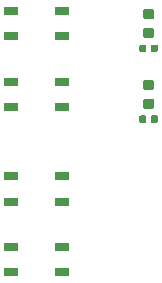
<source format=gbr>
G04 #@! TF.GenerationSoftware,KiCad,Pcbnew,(5.1.4)-1*
G04 #@! TF.CreationDate,2022-10-21T16:14:19+02:00*
G04 #@! TF.ProjectId,REG1-Front-Universal,52454731-2d46-4726-9f6e-742d556e6976,V00.01*
G04 #@! TF.SameCoordinates,Original*
G04 #@! TF.FileFunction,Paste,Top*
G04 #@! TF.FilePolarity,Positive*
%FSLAX46Y46*%
G04 Gerber Fmt 4.6, Leading zero omitted, Abs format (unit mm)*
G04 Created by KiCad (PCBNEW (5.1.4)-1) date 2022-10-21 16:14:19*
%MOMM*%
%LPD*%
G04 APERTURE LIST*
%ADD10C,0.100000*%
%ADD11C,0.875000*%
%ADD12R,1.200000X0.650000*%
%ADD13C,0.590000*%
G04 APERTURE END LIST*
D10*
G36*
X111777691Y-117776053D02*
G01*
X111798926Y-117779203D01*
X111819750Y-117784419D01*
X111839962Y-117791651D01*
X111859368Y-117800830D01*
X111877781Y-117811866D01*
X111895024Y-117824654D01*
X111910930Y-117839070D01*
X111925346Y-117854976D01*
X111938134Y-117872219D01*
X111949170Y-117890632D01*
X111958349Y-117910038D01*
X111965581Y-117930250D01*
X111970797Y-117951074D01*
X111973947Y-117972309D01*
X111975000Y-117993750D01*
X111975000Y-118431250D01*
X111973947Y-118452691D01*
X111970797Y-118473926D01*
X111965581Y-118494750D01*
X111958349Y-118514962D01*
X111949170Y-118534368D01*
X111938134Y-118552781D01*
X111925346Y-118570024D01*
X111910930Y-118585930D01*
X111895024Y-118600346D01*
X111877781Y-118613134D01*
X111859368Y-118624170D01*
X111839962Y-118633349D01*
X111819750Y-118640581D01*
X111798926Y-118645797D01*
X111777691Y-118648947D01*
X111756250Y-118650000D01*
X111243750Y-118650000D01*
X111222309Y-118648947D01*
X111201074Y-118645797D01*
X111180250Y-118640581D01*
X111160038Y-118633349D01*
X111140632Y-118624170D01*
X111122219Y-118613134D01*
X111104976Y-118600346D01*
X111089070Y-118585930D01*
X111074654Y-118570024D01*
X111061866Y-118552781D01*
X111050830Y-118534368D01*
X111041651Y-118514962D01*
X111034419Y-118494750D01*
X111029203Y-118473926D01*
X111026053Y-118452691D01*
X111025000Y-118431250D01*
X111025000Y-117993750D01*
X111026053Y-117972309D01*
X111029203Y-117951074D01*
X111034419Y-117930250D01*
X111041651Y-117910038D01*
X111050830Y-117890632D01*
X111061866Y-117872219D01*
X111074654Y-117854976D01*
X111089070Y-117839070D01*
X111104976Y-117824654D01*
X111122219Y-117811866D01*
X111140632Y-117800830D01*
X111160038Y-117791651D01*
X111180250Y-117784419D01*
X111201074Y-117779203D01*
X111222309Y-117776053D01*
X111243750Y-117775000D01*
X111756250Y-117775000D01*
X111777691Y-117776053D01*
X111777691Y-117776053D01*
G37*
D11*
X111500000Y-118212500D03*
D10*
G36*
X111777691Y-119351053D02*
G01*
X111798926Y-119354203D01*
X111819750Y-119359419D01*
X111839962Y-119366651D01*
X111859368Y-119375830D01*
X111877781Y-119386866D01*
X111895024Y-119399654D01*
X111910930Y-119414070D01*
X111925346Y-119429976D01*
X111938134Y-119447219D01*
X111949170Y-119465632D01*
X111958349Y-119485038D01*
X111965581Y-119505250D01*
X111970797Y-119526074D01*
X111973947Y-119547309D01*
X111975000Y-119568750D01*
X111975000Y-120006250D01*
X111973947Y-120027691D01*
X111970797Y-120048926D01*
X111965581Y-120069750D01*
X111958349Y-120089962D01*
X111949170Y-120109368D01*
X111938134Y-120127781D01*
X111925346Y-120145024D01*
X111910930Y-120160930D01*
X111895024Y-120175346D01*
X111877781Y-120188134D01*
X111859368Y-120199170D01*
X111839962Y-120208349D01*
X111819750Y-120215581D01*
X111798926Y-120220797D01*
X111777691Y-120223947D01*
X111756250Y-120225000D01*
X111243750Y-120225000D01*
X111222309Y-120223947D01*
X111201074Y-120220797D01*
X111180250Y-120215581D01*
X111160038Y-120208349D01*
X111140632Y-120199170D01*
X111122219Y-120188134D01*
X111104976Y-120175346D01*
X111089070Y-120160930D01*
X111074654Y-120145024D01*
X111061866Y-120127781D01*
X111050830Y-120109368D01*
X111041651Y-120089962D01*
X111034419Y-120069750D01*
X111029203Y-120048926D01*
X111026053Y-120027691D01*
X111025000Y-120006250D01*
X111025000Y-119568750D01*
X111026053Y-119547309D01*
X111029203Y-119526074D01*
X111034419Y-119505250D01*
X111041651Y-119485038D01*
X111050830Y-119465632D01*
X111061866Y-119447219D01*
X111074654Y-119429976D01*
X111089070Y-119414070D01*
X111104976Y-119399654D01*
X111122219Y-119386866D01*
X111140632Y-119375830D01*
X111160038Y-119366651D01*
X111180250Y-119359419D01*
X111201074Y-119354203D01*
X111222309Y-119351053D01*
X111243750Y-119350000D01*
X111756250Y-119350000D01*
X111777691Y-119351053D01*
X111777691Y-119351053D01*
G37*
D11*
X111500000Y-119787500D03*
D10*
G36*
X111777691Y-123776053D02*
G01*
X111798926Y-123779203D01*
X111819750Y-123784419D01*
X111839962Y-123791651D01*
X111859368Y-123800830D01*
X111877781Y-123811866D01*
X111895024Y-123824654D01*
X111910930Y-123839070D01*
X111925346Y-123854976D01*
X111938134Y-123872219D01*
X111949170Y-123890632D01*
X111958349Y-123910038D01*
X111965581Y-123930250D01*
X111970797Y-123951074D01*
X111973947Y-123972309D01*
X111975000Y-123993750D01*
X111975000Y-124431250D01*
X111973947Y-124452691D01*
X111970797Y-124473926D01*
X111965581Y-124494750D01*
X111958349Y-124514962D01*
X111949170Y-124534368D01*
X111938134Y-124552781D01*
X111925346Y-124570024D01*
X111910930Y-124585930D01*
X111895024Y-124600346D01*
X111877781Y-124613134D01*
X111859368Y-124624170D01*
X111839962Y-124633349D01*
X111819750Y-124640581D01*
X111798926Y-124645797D01*
X111777691Y-124648947D01*
X111756250Y-124650000D01*
X111243750Y-124650000D01*
X111222309Y-124648947D01*
X111201074Y-124645797D01*
X111180250Y-124640581D01*
X111160038Y-124633349D01*
X111140632Y-124624170D01*
X111122219Y-124613134D01*
X111104976Y-124600346D01*
X111089070Y-124585930D01*
X111074654Y-124570024D01*
X111061866Y-124552781D01*
X111050830Y-124534368D01*
X111041651Y-124514962D01*
X111034419Y-124494750D01*
X111029203Y-124473926D01*
X111026053Y-124452691D01*
X111025000Y-124431250D01*
X111025000Y-123993750D01*
X111026053Y-123972309D01*
X111029203Y-123951074D01*
X111034419Y-123930250D01*
X111041651Y-123910038D01*
X111050830Y-123890632D01*
X111061866Y-123872219D01*
X111074654Y-123854976D01*
X111089070Y-123839070D01*
X111104976Y-123824654D01*
X111122219Y-123811866D01*
X111140632Y-123800830D01*
X111160038Y-123791651D01*
X111180250Y-123784419D01*
X111201074Y-123779203D01*
X111222309Y-123776053D01*
X111243750Y-123775000D01*
X111756250Y-123775000D01*
X111777691Y-123776053D01*
X111777691Y-123776053D01*
G37*
D11*
X111500000Y-124212500D03*
D10*
G36*
X111777691Y-125351053D02*
G01*
X111798926Y-125354203D01*
X111819750Y-125359419D01*
X111839962Y-125366651D01*
X111859368Y-125375830D01*
X111877781Y-125386866D01*
X111895024Y-125399654D01*
X111910930Y-125414070D01*
X111925346Y-125429976D01*
X111938134Y-125447219D01*
X111949170Y-125465632D01*
X111958349Y-125485038D01*
X111965581Y-125505250D01*
X111970797Y-125526074D01*
X111973947Y-125547309D01*
X111975000Y-125568750D01*
X111975000Y-126006250D01*
X111973947Y-126027691D01*
X111970797Y-126048926D01*
X111965581Y-126069750D01*
X111958349Y-126089962D01*
X111949170Y-126109368D01*
X111938134Y-126127781D01*
X111925346Y-126145024D01*
X111910930Y-126160930D01*
X111895024Y-126175346D01*
X111877781Y-126188134D01*
X111859368Y-126199170D01*
X111839962Y-126208349D01*
X111819750Y-126215581D01*
X111798926Y-126220797D01*
X111777691Y-126223947D01*
X111756250Y-126225000D01*
X111243750Y-126225000D01*
X111222309Y-126223947D01*
X111201074Y-126220797D01*
X111180250Y-126215581D01*
X111160038Y-126208349D01*
X111140632Y-126199170D01*
X111122219Y-126188134D01*
X111104976Y-126175346D01*
X111089070Y-126160930D01*
X111074654Y-126145024D01*
X111061866Y-126127781D01*
X111050830Y-126109368D01*
X111041651Y-126089962D01*
X111034419Y-126069750D01*
X111029203Y-126048926D01*
X111026053Y-126027691D01*
X111025000Y-126006250D01*
X111025000Y-125568750D01*
X111026053Y-125547309D01*
X111029203Y-125526074D01*
X111034419Y-125505250D01*
X111041651Y-125485038D01*
X111050830Y-125465632D01*
X111061866Y-125447219D01*
X111074654Y-125429976D01*
X111089070Y-125414070D01*
X111104976Y-125399654D01*
X111122219Y-125386866D01*
X111140632Y-125375830D01*
X111160038Y-125366651D01*
X111180250Y-125359419D01*
X111201074Y-125354203D01*
X111222309Y-125351053D01*
X111243750Y-125350000D01*
X111756250Y-125350000D01*
X111777691Y-125351053D01*
X111777691Y-125351053D01*
G37*
D11*
X111500000Y-125787500D03*
D12*
X99850000Y-140075000D03*
X99850000Y-137925000D03*
X104150000Y-140075000D03*
X104150000Y-137925000D03*
X99850000Y-134075000D03*
X99850000Y-131925000D03*
X104150000Y-134075000D03*
X104150000Y-131925000D03*
X99850000Y-126075000D03*
X99850000Y-123925000D03*
X104150000Y-126075000D03*
X104150000Y-123925000D03*
D10*
G36*
X111176958Y-126780710D02*
G01*
X111191276Y-126782834D01*
X111205317Y-126786351D01*
X111218946Y-126791228D01*
X111232031Y-126797417D01*
X111244447Y-126804858D01*
X111256073Y-126813481D01*
X111266798Y-126823202D01*
X111276519Y-126833927D01*
X111285142Y-126845553D01*
X111292583Y-126857969D01*
X111298772Y-126871054D01*
X111303649Y-126884683D01*
X111307166Y-126898724D01*
X111309290Y-126913042D01*
X111310000Y-126927500D01*
X111310000Y-127272500D01*
X111309290Y-127286958D01*
X111307166Y-127301276D01*
X111303649Y-127315317D01*
X111298772Y-127328946D01*
X111292583Y-127342031D01*
X111285142Y-127354447D01*
X111276519Y-127366073D01*
X111266798Y-127376798D01*
X111256073Y-127386519D01*
X111244447Y-127395142D01*
X111232031Y-127402583D01*
X111218946Y-127408772D01*
X111205317Y-127413649D01*
X111191276Y-127417166D01*
X111176958Y-127419290D01*
X111162500Y-127420000D01*
X110867500Y-127420000D01*
X110853042Y-127419290D01*
X110838724Y-127417166D01*
X110824683Y-127413649D01*
X110811054Y-127408772D01*
X110797969Y-127402583D01*
X110785553Y-127395142D01*
X110773927Y-127386519D01*
X110763202Y-127376798D01*
X110753481Y-127366073D01*
X110744858Y-127354447D01*
X110737417Y-127342031D01*
X110731228Y-127328946D01*
X110726351Y-127315317D01*
X110722834Y-127301276D01*
X110720710Y-127286958D01*
X110720000Y-127272500D01*
X110720000Y-126927500D01*
X110720710Y-126913042D01*
X110722834Y-126898724D01*
X110726351Y-126884683D01*
X110731228Y-126871054D01*
X110737417Y-126857969D01*
X110744858Y-126845553D01*
X110753481Y-126833927D01*
X110763202Y-126823202D01*
X110773927Y-126813481D01*
X110785553Y-126804858D01*
X110797969Y-126797417D01*
X110811054Y-126791228D01*
X110824683Y-126786351D01*
X110838724Y-126782834D01*
X110853042Y-126780710D01*
X110867500Y-126780000D01*
X111162500Y-126780000D01*
X111176958Y-126780710D01*
X111176958Y-126780710D01*
G37*
D13*
X111015000Y-127100000D03*
D10*
G36*
X112146958Y-126780710D02*
G01*
X112161276Y-126782834D01*
X112175317Y-126786351D01*
X112188946Y-126791228D01*
X112202031Y-126797417D01*
X112214447Y-126804858D01*
X112226073Y-126813481D01*
X112236798Y-126823202D01*
X112246519Y-126833927D01*
X112255142Y-126845553D01*
X112262583Y-126857969D01*
X112268772Y-126871054D01*
X112273649Y-126884683D01*
X112277166Y-126898724D01*
X112279290Y-126913042D01*
X112280000Y-126927500D01*
X112280000Y-127272500D01*
X112279290Y-127286958D01*
X112277166Y-127301276D01*
X112273649Y-127315317D01*
X112268772Y-127328946D01*
X112262583Y-127342031D01*
X112255142Y-127354447D01*
X112246519Y-127366073D01*
X112236798Y-127376798D01*
X112226073Y-127386519D01*
X112214447Y-127395142D01*
X112202031Y-127402583D01*
X112188946Y-127408772D01*
X112175317Y-127413649D01*
X112161276Y-127417166D01*
X112146958Y-127419290D01*
X112132500Y-127420000D01*
X111837500Y-127420000D01*
X111823042Y-127419290D01*
X111808724Y-127417166D01*
X111794683Y-127413649D01*
X111781054Y-127408772D01*
X111767969Y-127402583D01*
X111755553Y-127395142D01*
X111743927Y-127386519D01*
X111733202Y-127376798D01*
X111723481Y-127366073D01*
X111714858Y-127354447D01*
X111707417Y-127342031D01*
X111701228Y-127328946D01*
X111696351Y-127315317D01*
X111692834Y-127301276D01*
X111690710Y-127286958D01*
X111690000Y-127272500D01*
X111690000Y-126927500D01*
X111690710Y-126913042D01*
X111692834Y-126898724D01*
X111696351Y-126884683D01*
X111701228Y-126871054D01*
X111707417Y-126857969D01*
X111714858Y-126845553D01*
X111723481Y-126833927D01*
X111733202Y-126823202D01*
X111743927Y-126813481D01*
X111755553Y-126804858D01*
X111767969Y-126797417D01*
X111781054Y-126791228D01*
X111794683Y-126786351D01*
X111808724Y-126782834D01*
X111823042Y-126780710D01*
X111837500Y-126780000D01*
X112132500Y-126780000D01*
X112146958Y-126780710D01*
X112146958Y-126780710D01*
G37*
D13*
X111985000Y-127100000D03*
D10*
G36*
X111176958Y-120780710D02*
G01*
X111191276Y-120782834D01*
X111205317Y-120786351D01*
X111218946Y-120791228D01*
X111232031Y-120797417D01*
X111244447Y-120804858D01*
X111256073Y-120813481D01*
X111266798Y-120823202D01*
X111276519Y-120833927D01*
X111285142Y-120845553D01*
X111292583Y-120857969D01*
X111298772Y-120871054D01*
X111303649Y-120884683D01*
X111307166Y-120898724D01*
X111309290Y-120913042D01*
X111310000Y-120927500D01*
X111310000Y-121272500D01*
X111309290Y-121286958D01*
X111307166Y-121301276D01*
X111303649Y-121315317D01*
X111298772Y-121328946D01*
X111292583Y-121342031D01*
X111285142Y-121354447D01*
X111276519Y-121366073D01*
X111266798Y-121376798D01*
X111256073Y-121386519D01*
X111244447Y-121395142D01*
X111232031Y-121402583D01*
X111218946Y-121408772D01*
X111205317Y-121413649D01*
X111191276Y-121417166D01*
X111176958Y-121419290D01*
X111162500Y-121420000D01*
X110867500Y-121420000D01*
X110853042Y-121419290D01*
X110838724Y-121417166D01*
X110824683Y-121413649D01*
X110811054Y-121408772D01*
X110797969Y-121402583D01*
X110785553Y-121395142D01*
X110773927Y-121386519D01*
X110763202Y-121376798D01*
X110753481Y-121366073D01*
X110744858Y-121354447D01*
X110737417Y-121342031D01*
X110731228Y-121328946D01*
X110726351Y-121315317D01*
X110722834Y-121301276D01*
X110720710Y-121286958D01*
X110720000Y-121272500D01*
X110720000Y-120927500D01*
X110720710Y-120913042D01*
X110722834Y-120898724D01*
X110726351Y-120884683D01*
X110731228Y-120871054D01*
X110737417Y-120857969D01*
X110744858Y-120845553D01*
X110753481Y-120833927D01*
X110763202Y-120823202D01*
X110773927Y-120813481D01*
X110785553Y-120804858D01*
X110797969Y-120797417D01*
X110811054Y-120791228D01*
X110824683Y-120786351D01*
X110838724Y-120782834D01*
X110853042Y-120780710D01*
X110867500Y-120780000D01*
X111162500Y-120780000D01*
X111176958Y-120780710D01*
X111176958Y-120780710D01*
G37*
D13*
X111015000Y-121100000D03*
D10*
G36*
X112146958Y-120780710D02*
G01*
X112161276Y-120782834D01*
X112175317Y-120786351D01*
X112188946Y-120791228D01*
X112202031Y-120797417D01*
X112214447Y-120804858D01*
X112226073Y-120813481D01*
X112236798Y-120823202D01*
X112246519Y-120833927D01*
X112255142Y-120845553D01*
X112262583Y-120857969D01*
X112268772Y-120871054D01*
X112273649Y-120884683D01*
X112277166Y-120898724D01*
X112279290Y-120913042D01*
X112280000Y-120927500D01*
X112280000Y-121272500D01*
X112279290Y-121286958D01*
X112277166Y-121301276D01*
X112273649Y-121315317D01*
X112268772Y-121328946D01*
X112262583Y-121342031D01*
X112255142Y-121354447D01*
X112246519Y-121366073D01*
X112236798Y-121376798D01*
X112226073Y-121386519D01*
X112214447Y-121395142D01*
X112202031Y-121402583D01*
X112188946Y-121408772D01*
X112175317Y-121413649D01*
X112161276Y-121417166D01*
X112146958Y-121419290D01*
X112132500Y-121420000D01*
X111837500Y-121420000D01*
X111823042Y-121419290D01*
X111808724Y-121417166D01*
X111794683Y-121413649D01*
X111781054Y-121408772D01*
X111767969Y-121402583D01*
X111755553Y-121395142D01*
X111743927Y-121386519D01*
X111733202Y-121376798D01*
X111723481Y-121366073D01*
X111714858Y-121354447D01*
X111707417Y-121342031D01*
X111701228Y-121328946D01*
X111696351Y-121315317D01*
X111692834Y-121301276D01*
X111690710Y-121286958D01*
X111690000Y-121272500D01*
X111690000Y-120927500D01*
X111690710Y-120913042D01*
X111692834Y-120898724D01*
X111696351Y-120884683D01*
X111701228Y-120871054D01*
X111707417Y-120857969D01*
X111714858Y-120845553D01*
X111723481Y-120833927D01*
X111733202Y-120823202D01*
X111743927Y-120813481D01*
X111755553Y-120804858D01*
X111767969Y-120797417D01*
X111781054Y-120791228D01*
X111794683Y-120786351D01*
X111808724Y-120782834D01*
X111823042Y-120780710D01*
X111837500Y-120780000D01*
X112132500Y-120780000D01*
X112146958Y-120780710D01*
X112146958Y-120780710D01*
G37*
D13*
X111985000Y-121100000D03*
D12*
X99850000Y-120075000D03*
X99850000Y-117925000D03*
X104150000Y-120075000D03*
X104150000Y-117925000D03*
M02*

</source>
